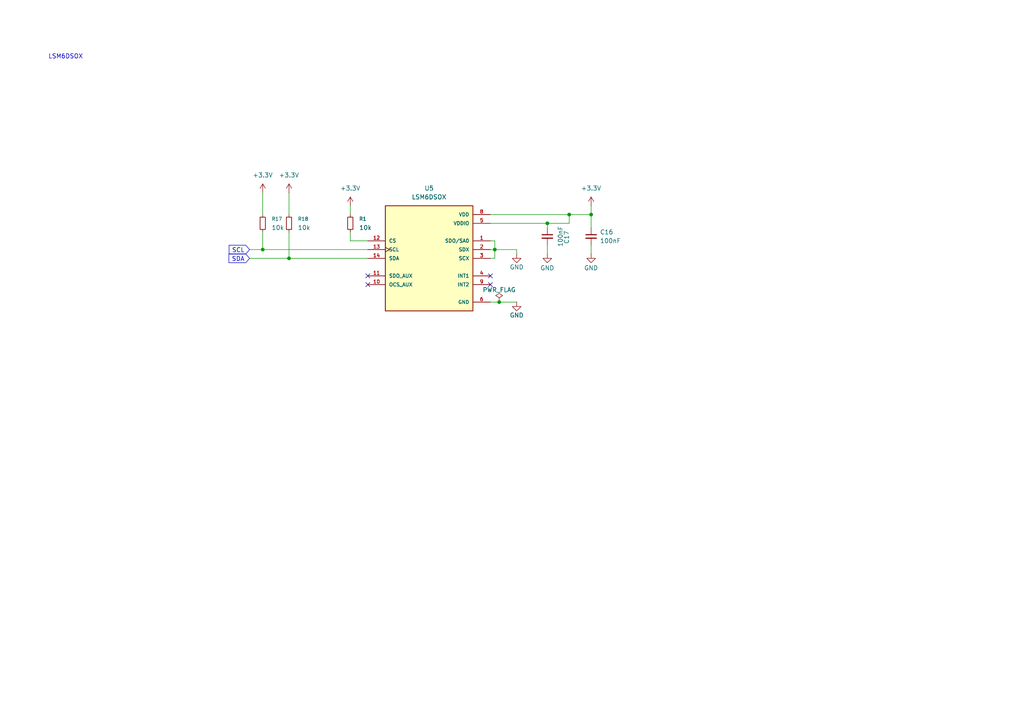
<source format=kicad_sch>
(kicad_sch
	(version 20250114)
	(generator "eeschema")
	(generator_version "9.0")
	(uuid "a4f03449-cba4-4cbb-becb-5c93d8a52018")
	(paper "A4")
	(lib_symbols
		(symbol "Device:C_Small"
			(pin_numbers
				(hide yes)
			)
			(pin_names
				(offset 0.254)
				(hide yes)
			)
			(exclude_from_sim no)
			(in_bom yes)
			(on_board yes)
			(property "Reference" "C"
				(at 0.254 1.778 0)
				(effects
					(font
						(size 1.27 1.27)
					)
					(justify left)
				)
			)
			(property "Value" "C_Small"
				(at 0.254 -2.032 0)
				(effects
					(font
						(size 1.27 1.27)
					)
					(justify left)
				)
			)
			(property "Footprint" ""
				(at 0 0 0)
				(effects
					(font
						(size 1.27 1.27)
					)
					(hide yes)
				)
			)
			(property "Datasheet" "~"
				(at 0 0 0)
				(effects
					(font
						(size 1.27 1.27)
					)
					(hide yes)
				)
			)
			(property "Description" "Unpolarized capacitor, small symbol"
				(at 0 0 0)
				(effects
					(font
						(size 1.27 1.27)
					)
					(hide yes)
				)
			)
			(property "ki_keywords" "capacitor cap"
				(at 0 0 0)
				(effects
					(font
						(size 1.27 1.27)
					)
					(hide yes)
				)
			)
			(property "ki_fp_filters" "C_*"
				(at 0 0 0)
				(effects
					(font
						(size 1.27 1.27)
					)
					(hide yes)
				)
			)
			(symbol "C_Small_0_1"
				(polyline
					(pts
						(xy -1.524 0.508) (xy 1.524 0.508)
					)
					(stroke
						(width 0.3048)
						(type default)
					)
					(fill
						(type none)
					)
				)
				(polyline
					(pts
						(xy -1.524 -0.508) (xy 1.524 -0.508)
					)
					(stroke
						(width 0.3302)
						(type default)
					)
					(fill
						(type none)
					)
				)
			)
			(symbol "C_Small_1_1"
				(pin passive line
					(at 0 2.54 270)
					(length 2.032)
					(name "~"
						(effects
							(font
								(size 1.27 1.27)
							)
						)
					)
					(number "1"
						(effects
							(font
								(size 1.27 1.27)
							)
						)
					)
				)
				(pin passive line
					(at 0 -2.54 90)
					(length 2.032)
					(name "~"
						(effects
							(font
								(size 1.27 1.27)
							)
						)
					)
					(number "2"
						(effects
							(font
								(size 1.27 1.27)
							)
						)
					)
				)
			)
			(embedded_fonts no)
		)
		(symbol "Device:R_Small"
			(pin_numbers
				(hide yes)
			)
			(pin_names
				(offset 0.254)
				(hide yes)
			)
			(exclude_from_sim no)
			(in_bom yes)
			(on_board yes)
			(property "Reference" "R"
				(at 0 0 90)
				(effects
					(font
						(size 1.016 1.016)
					)
				)
			)
			(property "Value" "R_Small"
				(at 1.778 0 90)
				(effects
					(font
						(size 1.27 1.27)
					)
				)
			)
			(property "Footprint" ""
				(at 0 0 0)
				(effects
					(font
						(size 1.27 1.27)
					)
					(hide yes)
				)
			)
			(property "Datasheet" "~"
				(at 0 0 0)
				(effects
					(font
						(size 1.27 1.27)
					)
					(hide yes)
				)
			)
			(property "Description" "Resistor, small symbol"
				(at 0 0 0)
				(effects
					(font
						(size 1.27 1.27)
					)
					(hide yes)
				)
			)
			(property "ki_keywords" "R resistor"
				(at 0 0 0)
				(effects
					(font
						(size 1.27 1.27)
					)
					(hide yes)
				)
			)
			(property "ki_fp_filters" "R_*"
				(at 0 0 0)
				(effects
					(font
						(size 1.27 1.27)
					)
					(hide yes)
				)
			)
			(symbol "R_Small_0_1"
				(rectangle
					(start -0.762 1.778)
					(end 0.762 -1.778)
					(stroke
						(width 0.2032)
						(type default)
					)
					(fill
						(type none)
					)
				)
			)
			(symbol "R_Small_1_1"
				(pin passive line
					(at 0 2.54 270)
					(length 0.762)
					(name "~"
						(effects
							(font
								(size 1.27 1.27)
							)
						)
					)
					(number "1"
						(effects
							(font
								(size 1.27 1.27)
							)
						)
					)
				)
				(pin passive line
					(at 0 -2.54 90)
					(length 0.762)
					(name "~"
						(effects
							(font
								(size 1.27 1.27)
							)
						)
					)
					(number "2"
						(effects
							(font
								(size 1.27 1.27)
							)
						)
					)
				)
			)
			(embedded_fonts no)
		)
		(symbol "LSM6DSOX:LSM6DSOX"
			(pin_names
				(offset 1.016)
			)
			(exclude_from_sim no)
			(in_bom yes)
			(on_board yes)
			(property "Reference" "U"
				(at -12.7 16.002 0)
				(effects
					(font
						(size 1.27 1.27)
					)
					(justify left bottom)
				)
			)
			(property "Value" "LSM6DSOX"
				(at -12.7 -17.78 0)
				(effects
					(font
						(size 1.27 1.27)
					)
					(justify left bottom)
				)
			)
			(property "Footprint" "LSM6DSOX:PQFN50P250X300X86-14N"
				(at 0 0 0)
				(effects
					(font
						(size 1.27 1.27)
					)
					(justify bottom)
					(hide yes)
				)
			)
			(property "Datasheet" ""
				(at 0 0 0)
				(effects
					(font
						(size 1.27 1.27)
					)
					(hide yes)
				)
			)
			(property "Description" ""
				(at 0 0 0)
				(effects
					(font
						(size 1.27 1.27)
					)
					(hide yes)
				)
			)
			(property "MF" "STMicroelectronics"
				(at 0 0 0)
				(effects
					(font
						(size 1.27 1.27)
					)
					(justify bottom)
					(hide yes)
				)
			)
			(property "Description_1" "3D Accelerometer and 3D Gyroscope Sensor Digital Output 1.8V 14-Pin LGA T/R"
				(at 0 0 0)
				(effects
					(font
						(size 1.27 1.27)
					)
					(justify bottom)
					(hide yes)
				)
			)
			(property "Package" "VFLGA-14 STMicroelectronics"
				(at 0 0 0)
				(effects
					(font
						(size 1.27 1.27)
					)
					(justify bottom)
					(hide yes)
				)
			)
			(property "Price" "None"
				(at 0 0 0)
				(effects
					(font
						(size 1.27 1.27)
					)
					(justify bottom)
					(hide yes)
				)
			)
			(property "Check_prices" "https://www.snapeda.com/parts/LSM6DSOX/STMicroelectronics/view-part/?ref=eda"
				(at 0 0 0)
				(effects
					(font
						(size 1.27 1.27)
					)
					(justify bottom)
					(hide yes)
				)
			)
			(property "STANDARD" "IPC7351B"
				(at 0 0 0)
				(effects
					(font
						(size 1.27 1.27)
					)
					(justify bottom)
					(hide yes)
				)
			)
			(property "PARTREV" "3.0"
				(at 0 0 0)
				(effects
					(font
						(size 1.27 1.27)
					)
					(justify bottom)
					(hide yes)
				)
			)
			(property "SnapEDA_Link" "https://www.snapeda.com/parts/LSM6DSOX/STMicroelectronics/view-part/?ref=snap"
				(at 0 0 0)
				(effects
					(font
						(size 1.27 1.27)
					)
					(justify bottom)
					(hide yes)
				)
			)
			(property "MP" "LSM6DSOX"
				(at 0 0 0)
				(effects
					(font
						(size 1.27 1.27)
					)
					(justify bottom)
					(hide yes)
				)
			)
			(property "Availability" "In Stock"
				(at 0 0 0)
				(effects
					(font
						(size 1.27 1.27)
					)
					(justify bottom)
					(hide yes)
				)
			)
			(property "MANUFACTURER" "ST Microelectronics"
				(at 0 0 0)
				(effects
					(font
						(size 1.27 1.27)
					)
					(justify bottom)
					(hide yes)
				)
			)
			(symbol "LSM6DSOX_0_0"
				(rectangle
					(start -12.7 -15.24)
					(end 12.7 15.24)
					(stroke
						(width 0.254)
						(type default)
					)
					(fill
						(type background)
					)
				)
				(pin input line
					(at -17.78 5.08 0)
					(length 5.08)
					(name "CS"
						(effects
							(font
								(size 1.016 1.016)
							)
						)
					)
					(number "12"
						(effects
							(font
								(size 1.016 1.016)
							)
						)
					)
				)
				(pin input clock
					(at -17.78 2.54 0)
					(length 5.08)
					(name "SCL"
						(effects
							(font
								(size 1.016 1.016)
							)
						)
					)
					(number "13"
						(effects
							(font
								(size 1.016 1.016)
							)
						)
					)
				)
				(pin bidirectional line
					(at -17.78 0 0)
					(length 5.08)
					(name "SDA"
						(effects
							(font
								(size 1.016 1.016)
							)
						)
					)
					(number "14"
						(effects
							(font
								(size 1.016 1.016)
							)
						)
					)
				)
				(pin bidirectional line
					(at -17.78 -5.08 0)
					(length 5.08)
					(name "SDO_AUX"
						(effects
							(font
								(size 1.016 1.016)
							)
						)
					)
					(number "11"
						(effects
							(font
								(size 1.016 1.016)
							)
						)
					)
				)
				(pin bidirectional line
					(at -17.78 -7.62 0)
					(length 5.08)
					(name "OCS_AUX"
						(effects
							(font
								(size 1.016 1.016)
							)
						)
					)
					(number "10"
						(effects
							(font
								(size 1.016 1.016)
							)
						)
					)
				)
				(pin power_in line
					(at 17.78 12.7 180)
					(length 5.08)
					(name "VDD"
						(effects
							(font
								(size 1.016 1.016)
							)
						)
					)
					(number "8"
						(effects
							(font
								(size 1.016 1.016)
							)
						)
					)
				)
				(pin power_in line
					(at 17.78 10.16 180)
					(length 5.08)
					(name "VDDIO"
						(effects
							(font
								(size 1.016 1.016)
							)
						)
					)
					(number "5"
						(effects
							(font
								(size 1.016 1.016)
							)
						)
					)
				)
				(pin bidirectional line
					(at 17.78 5.08 180)
					(length 5.08)
					(name "SDO/SA0"
						(effects
							(font
								(size 1.016 1.016)
							)
						)
					)
					(number "1"
						(effects
							(font
								(size 1.016 1.016)
							)
						)
					)
				)
				(pin bidirectional line
					(at 17.78 2.54 180)
					(length 5.08)
					(name "SDX"
						(effects
							(font
								(size 1.016 1.016)
							)
						)
					)
					(number "2"
						(effects
							(font
								(size 1.016 1.016)
							)
						)
					)
				)
				(pin bidirectional line
					(at 17.78 0 180)
					(length 5.08)
					(name "SCX"
						(effects
							(font
								(size 1.016 1.016)
							)
						)
					)
					(number "3"
						(effects
							(font
								(size 1.016 1.016)
							)
						)
					)
				)
				(pin output line
					(at 17.78 -5.08 180)
					(length 5.08)
					(name "INT1"
						(effects
							(font
								(size 1.016 1.016)
							)
						)
					)
					(number "4"
						(effects
							(font
								(size 1.016 1.016)
							)
						)
					)
				)
				(pin output line
					(at 17.78 -7.62 180)
					(length 5.08)
					(name "INT2"
						(effects
							(font
								(size 1.016 1.016)
							)
						)
					)
					(number "9"
						(effects
							(font
								(size 1.016 1.016)
							)
						)
					)
				)
				(pin power_in line
					(at 17.78 -12.7 180)
					(length 5.08)
					(name "GND"
						(effects
							(font
								(size 1.016 1.016)
							)
						)
					)
					(number "6"
						(effects
							(font
								(size 1.016 1.016)
							)
						)
					)
				)
				(pin power_in line
					(at 17.78 -12.7 180)
					(length 5.08)
					(hide yes)
					(name "GND"
						(effects
							(font
								(size 1.016 1.016)
							)
						)
					)
					(number "7"
						(effects
							(font
								(size 1.016 1.016)
							)
						)
					)
				)
			)
			(embedded_fonts no)
		)
		(symbol "power:+3.3V"
			(power)
			(pin_numbers
				(hide yes)
			)
			(pin_names
				(offset 0)
				(hide yes)
			)
			(exclude_from_sim no)
			(in_bom yes)
			(on_board yes)
			(property "Reference" "#PWR"
				(at 0 -3.81 0)
				(effects
					(font
						(size 1.27 1.27)
					)
					(hide yes)
				)
			)
			(property "Value" "+3.3V"
				(at 0 3.556 0)
				(effects
					(font
						(size 1.27 1.27)
					)
				)
			)
			(property "Footprint" ""
				(at 0 0 0)
				(effects
					(font
						(size 1.27 1.27)
					)
					(hide yes)
				)
			)
			(property "Datasheet" ""
				(at 0 0 0)
				(effects
					(font
						(size 1.27 1.27)
					)
					(hide yes)
				)
			)
			(property "Description" "Power symbol creates a global label with name \"+3.3V\""
				(at 0 0 0)
				(effects
					(font
						(size 1.27 1.27)
					)
					(hide yes)
				)
			)
			(property "ki_keywords" "global power"
				(at 0 0 0)
				(effects
					(font
						(size 1.27 1.27)
					)
					(hide yes)
				)
			)
			(symbol "+3.3V_0_1"
				(polyline
					(pts
						(xy -0.762 1.27) (xy 0 2.54)
					)
					(stroke
						(width 0)
						(type default)
					)
					(fill
						(type none)
					)
				)
				(polyline
					(pts
						(xy 0 2.54) (xy 0.762 1.27)
					)
					(stroke
						(width 0)
						(type default)
					)
					(fill
						(type none)
					)
				)
				(polyline
					(pts
						(xy 0 0) (xy 0 2.54)
					)
					(stroke
						(width 0)
						(type default)
					)
					(fill
						(type none)
					)
				)
			)
			(symbol "+3.3V_1_1"
				(pin power_in line
					(at 0 0 90)
					(length 0)
					(name "~"
						(effects
							(font
								(size 1.27 1.27)
							)
						)
					)
					(number "1"
						(effects
							(font
								(size 1.27 1.27)
							)
						)
					)
				)
			)
			(embedded_fonts no)
		)
		(symbol "power:GND"
			(power)
			(pin_numbers
				(hide yes)
			)
			(pin_names
				(offset 0)
				(hide yes)
			)
			(exclude_from_sim no)
			(in_bom yes)
			(on_board yes)
			(property "Reference" "#PWR"
				(at 0 -6.35 0)
				(effects
					(font
						(size 1.27 1.27)
					)
					(hide yes)
				)
			)
			(property "Value" "GND"
				(at 0 -3.81 0)
				(effects
					(font
						(size 1.27 1.27)
					)
				)
			)
			(property "Footprint" ""
				(at 0 0 0)
				(effects
					(font
						(size 1.27 1.27)
					)
					(hide yes)
				)
			)
			(property "Datasheet" ""
				(at 0 0 0)
				(effects
					(font
						(size 1.27 1.27)
					)
					(hide yes)
				)
			)
			(property "Description" "Power symbol creates a global label with name \"GND\" , ground"
				(at 0 0 0)
				(effects
					(font
						(size 1.27 1.27)
					)
					(hide yes)
				)
			)
			(property "ki_keywords" "global power"
				(at 0 0 0)
				(effects
					(font
						(size 1.27 1.27)
					)
					(hide yes)
				)
			)
			(symbol "GND_0_1"
				(polyline
					(pts
						(xy 0 0) (xy 0 -1.27) (xy 1.27 -1.27) (xy 0 -2.54) (xy -1.27 -1.27) (xy 0 -1.27)
					)
					(stroke
						(width 0)
						(type default)
					)
					(fill
						(type none)
					)
				)
			)
			(symbol "GND_1_1"
				(pin power_in line
					(at 0 0 270)
					(length 0)
					(name "~"
						(effects
							(font
								(size 1.27 1.27)
							)
						)
					)
					(number "1"
						(effects
							(font
								(size 1.27 1.27)
							)
						)
					)
				)
			)
			(embedded_fonts no)
		)
		(symbol "power:PWR_FLAG"
			(power)
			(pin_numbers
				(hide yes)
			)
			(pin_names
				(offset 0)
				(hide yes)
			)
			(exclude_from_sim no)
			(in_bom yes)
			(on_board yes)
			(property "Reference" "#FLG"
				(at 0 1.905 0)
				(effects
					(font
						(size 1.27 1.27)
					)
					(hide yes)
				)
			)
			(property "Value" "PWR_FLAG"
				(at 0 3.81 0)
				(effects
					(font
						(size 1.27 1.27)
					)
				)
			)
			(property "Footprint" ""
				(at 0 0 0)
				(effects
					(font
						(size 1.27 1.27)
					)
					(hide yes)
				)
			)
			(property "Datasheet" "~"
				(at 0 0 0)
				(effects
					(font
						(size 1.27 1.27)
					)
					(hide yes)
				)
			)
			(property "Description" "Special symbol for telling ERC where power comes from"
				(at 0 0 0)
				(effects
					(font
						(size 1.27 1.27)
					)
					(hide yes)
				)
			)
			(property "ki_keywords" "flag power"
				(at 0 0 0)
				(effects
					(font
						(size 1.27 1.27)
					)
					(hide yes)
				)
			)
			(symbol "PWR_FLAG_0_0"
				(pin power_out line
					(at 0 0 90)
					(length 0)
					(name "~"
						(effects
							(font
								(size 1.27 1.27)
							)
						)
					)
					(number "1"
						(effects
							(font
								(size 1.27 1.27)
							)
						)
					)
				)
			)
			(symbol "PWR_FLAG_0_1"
				(polyline
					(pts
						(xy 0 0) (xy 0 1.27) (xy -1.016 1.905) (xy 0 2.54) (xy 1.016 1.905) (xy 0 1.27)
					)
					(stroke
						(width 0)
						(type default)
					)
					(fill
						(type none)
					)
				)
			)
			(embedded_fonts no)
		)
	)
	(text "LSM6DSOX"
		(exclude_from_sim no)
		(at 19.05 16.51 0)
		(effects
			(font
				(size 1.27 1.27)
			)
		)
		(uuid "fa837ee9-92e3-40d5-b69e-f57514518173")
	)
	(junction
		(at 171.45 62.23)
		(diameter 0)
		(color 0 0 0 0)
		(uuid "164ac55f-450b-4736-b919-5fe931e41ed6")
	)
	(junction
		(at 165.1 62.23)
		(diameter 0)
		(color 0 0 0 0)
		(uuid "190ca8ee-dce4-49c4-9728-f7b4f4effe34")
	)
	(junction
		(at 144.78 87.63)
		(diameter 0)
		(color 0 0 0 0)
		(uuid "23eaf89b-5bc0-4b16-bdbb-8d25a82ccb74")
	)
	(junction
		(at 158.75 64.77)
		(diameter 0)
		(color 0 0 0 0)
		(uuid "34f6a42f-1027-422b-9242-1760e0fd6947")
	)
	(junction
		(at 143.51 72.39)
		(diameter 0)
		(color 0 0 0 0)
		(uuid "6462c77d-ba6e-4363-a0de-d8d8ec097ab8")
	)
	(junction
		(at 76.2 72.39)
		(diameter 0)
		(color 0 0 0 0)
		(uuid "8d665d49-295e-4dda-97c2-4def8033b62f")
	)
	(junction
		(at 83.82 74.93)
		(diameter 0)
		(color 0 0 0 0)
		(uuid "eefa4e5a-eab8-41c1-a628-ac3a4bdae2e8")
	)
	(no_connect
		(at 142.24 80.01)
		(uuid "61998c2e-40de-4a16-97bd-1a21105fc66f")
	)
	(no_connect
		(at 142.24 82.55)
		(uuid "68f21431-8b87-45fd-858e-17a8843dfc3c")
	)
	(no_connect
		(at 106.68 82.55)
		(uuid "a24249c1-56bc-4c82-a71e-4900f6cb5313")
	)
	(no_connect
		(at 106.68 80.01)
		(uuid "f7160ef2-7f46-48cd-8b12-a7145515d9f6")
	)
	(wire
		(pts
			(xy 76.2 72.39) (xy 106.68 72.39)
		)
		(stroke
			(width 0)
			(type default)
		)
		(uuid "0bf80d8f-ef12-4d8b-a401-6339ea6971cb")
	)
	(wire
		(pts
			(xy 158.75 71.12) (xy 158.75 73.66)
		)
		(stroke
			(width 0)
			(type default)
		)
		(uuid "1a377066-aefc-44f7-99dc-5996ebf70d51")
	)
	(wire
		(pts
			(xy 171.45 71.12) (xy 171.45 73.66)
		)
		(stroke
			(width 0)
			(type default)
		)
		(uuid "1be5cf83-dc81-42e6-94f2-896ded658da6")
	)
	(wire
		(pts
			(xy 101.6 67.31) (xy 101.6 69.85)
		)
		(stroke
			(width 0)
			(type default)
		)
		(uuid "2765c175-9cc0-486b-92da-bb9ab538e22d")
	)
	(wire
		(pts
			(xy 171.45 62.23) (xy 165.1 62.23)
		)
		(stroke
			(width 0)
			(type default)
		)
		(uuid "287c64e6-5dab-4d72-935b-bf2f02da240e")
	)
	(wire
		(pts
			(xy 76.2 67.31) (xy 76.2 72.39)
		)
		(stroke
			(width 0)
			(type default)
		)
		(uuid "2ff91729-8dfb-4687-a1bf-f01edfd94be6")
	)
	(wire
		(pts
			(xy 149.86 72.39) (xy 143.51 72.39)
		)
		(stroke
			(width 0)
			(type default)
		)
		(uuid "307dd887-398a-4eb3-8fb6-0dbd89147e5f")
	)
	(wire
		(pts
			(xy 171.45 59.69) (xy 171.45 62.23)
		)
		(stroke
			(width 0)
			(type default)
		)
		(uuid "31cab6d4-33ef-4c2b-9797-14cf43aadfbf")
	)
	(wire
		(pts
			(xy 142.24 62.23) (xy 165.1 62.23)
		)
		(stroke
			(width 0)
			(type default)
		)
		(uuid "43b17e7b-c49c-4152-ae48-55db259fd2b6")
	)
	(wire
		(pts
			(xy 171.45 62.23) (xy 171.45 66.04)
		)
		(stroke
			(width 0)
			(type default)
		)
		(uuid "477fc1b5-0475-427b-ba70-d0f9e82058b0")
	)
	(wire
		(pts
			(xy 143.51 69.85) (xy 143.51 72.39)
		)
		(stroke
			(width 0)
			(type default)
		)
		(uuid "4960b978-5d58-4ed6-ab28-cc0354e18044")
	)
	(wire
		(pts
			(xy 144.78 87.63) (xy 149.86 87.63)
		)
		(stroke
			(width 0)
			(type default)
		)
		(uuid "4e77845c-6841-4516-aba7-684647b30e07")
	)
	(wire
		(pts
			(xy 72.39 72.39) (xy 76.2 72.39)
		)
		(stroke
			(width 0)
			(type default)
		)
		(uuid "57367d4d-7269-4fde-8236-cc44c2e1edc5")
	)
	(wire
		(pts
			(xy 101.6 59.69) (xy 101.6 62.23)
		)
		(stroke
			(width 0)
			(type default)
		)
		(uuid "6ba5a5ab-af96-42c1-8f6b-22891f01a668")
	)
	(wire
		(pts
			(xy 142.24 64.77) (xy 158.75 64.77)
		)
		(stroke
			(width 0)
			(type default)
		)
		(uuid "729963c4-fae9-4e14-8719-17724ac568ce")
	)
	(wire
		(pts
			(xy 101.6 69.85) (xy 106.68 69.85)
		)
		(stroke
			(width 0)
			(type default)
		)
		(uuid "7a0824ca-5a2f-434d-923e-4dbca3fd2527")
	)
	(wire
		(pts
			(xy 72.39 74.93) (xy 83.82 74.93)
		)
		(stroke
			(width 0)
			(type default)
		)
		(uuid "92f4d73f-d6c8-42aa-a02d-0668a29cdc0d")
	)
	(wire
		(pts
			(xy 142.24 74.93) (xy 143.51 74.93)
		)
		(stroke
			(width 0)
			(type default)
		)
		(uuid "98bcb422-f2c4-4708-9fa0-88d9a182eb65")
	)
	(wire
		(pts
			(xy 143.51 72.39) (xy 143.51 74.93)
		)
		(stroke
			(width 0)
			(type default)
		)
		(uuid "a04408b1-4542-4ca4-a137-26ad09591902")
	)
	(wire
		(pts
			(xy 142.24 69.85) (xy 143.51 69.85)
		)
		(stroke
			(width 0)
			(type default)
		)
		(uuid "a2801c69-6bb0-4344-b89d-98ecec34bdbe")
	)
	(wire
		(pts
			(xy 76.2 55.88) (xy 76.2 62.23)
		)
		(stroke
			(width 0)
			(type default)
		)
		(uuid "b4bd115b-0420-4942-af0f-9bfa5498c1db")
	)
	(wire
		(pts
			(xy 83.82 55.88) (xy 83.82 62.23)
		)
		(stroke
			(width 0)
			(type default)
		)
		(uuid "b83d0649-e4e6-444d-aa01-84c4fc2737eb")
	)
	(wire
		(pts
			(xy 158.75 66.04) (xy 158.75 64.77)
		)
		(stroke
			(width 0)
			(type default)
		)
		(uuid "c1724dce-e507-4af8-a95b-b32bd0755444")
	)
	(wire
		(pts
			(xy 149.86 72.39) (xy 149.86 73.66)
		)
		(stroke
			(width 0)
			(type default)
		)
		(uuid "cd7573bf-9ff8-4816-8f4d-d216c1494ca8")
	)
	(wire
		(pts
			(xy 142.24 87.63) (xy 144.78 87.63)
		)
		(stroke
			(width 0)
			(type default)
		)
		(uuid "cdfbc48d-757b-4481-b856-eec5e182b68b")
	)
	(wire
		(pts
			(xy 142.24 72.39) (xy 143.51 72.39)
		)
		(stroke
			(width 0)
			(type default)
		)
		(uuid "cf4ef2a7-597b-4298-8618-caf2655df758")
	)
	(wire
		(pts
			(xy 158.75 64.77) (xy 165.1 64.77)
		)
		(stroke
			(width 0)
			(type default)
		)
		(uuid "d0f6d488-8454-4405-8f13-8ededbf181f7")
	)
	(wire
		(pts
			(xy 165.1 64.77) (xy 165.1 62.23)
		)
		(stroke
			(width 0)
			(type default)
		)
		(uuid "d6085247-64be-49d1-8b5e-85a4b4e8ca2d")
	)
	(wire
		(pts
			(xy 83.82 74.93) (xy 106.68 74.93)
		)
		(stroke
			(width 0)
			(type default)
		)
		(uuid "e2340a8e-5caa-4523-9fed-faa0eaf34fed")
	)
	(wire
		(pts
			(xy 83.82 67.31) (xy 83.82 74.93)
		)
		(stroke
			(width 0)
			(type default)
		)
		(uuid "f3a6fa7b-dea3-442d-812b-3ed4a9f6e07b")
	)
	(global_label "SCL"
		(shape input)
		(at 72.39 72.39 180)
		(fields_autoplaced yes)
		(effects
			(font
				(size 1.27 1.27)
				(color 0 0 194 1)
			)
			(justify right)
		)
		(uuid "73090955-1fff-4248-8a6f-934ad85624e0")
		(property "Intersheetrefs" "${INTERSHEET_REFS}"
			(at 65.8972 72.39 0)
			(effects
				(font
					(size 1.27 1.27)
				)
				(justify right)
				(hide yes)
			)
		)
	)
	(global_label "SDA"
		(shape input)
		(at 72.39 74.93 180)
		(fields_autoplaced yes)
		(effects
			(font
				(size 1.27 1.27)
				(color 0 0 194 1)
			)
			(justify right)
		)
		(uuid "bf4f0d58-866c-4b0b-8d80-3b1578b43363")
		(property "Intersheetrefs" "${INTERSHEET_REFS}"
			(at 65.8367 74.93 0)
			(effects
				(font
					(size 1.27 1.27)
				)
				(justify right)
				(hide yes)
			)
		)
	)
	(symbol
		(lib_id "power:GND")
		(at 149.86 87.63 0)
		(unit 1)
		(exclude_from_sim no)
		(in_bom yes)
		(on_board yes)
		(dnp no)
		(uuid "07d4c0f1-6c4b-477b-8613-6bb940cf31c4")
		(property "Reference" "#PWR061"
			(at 149.86 93.98 0)
			(effects
				(font
					(size 1.27 1.27)
				)
				(hide yes)
			)
		)
		(property "Value" "GND"
			(at 149.86 91.44 0)
			(effects
				(font
					(size 1.27 1.27)
				)
			)
		)
		(property "Footprint" ""
			(at 149.86 87.63 0)
			(effects
				(font
					(size 1.27 1.27)
				)
				(hide yes)
			)
		)
		(property "Datasheet" ""
			(at 149.86 87.63 0)
			(effects
				(font
					(size 1.27 1.27)
				)
				(hide yes)
			)
		)
		(property "Description" "Power symbol creates a global label with name \"GND\" , ground"
			(at 149.86 87.63 0)
			(effects
				(font
					(size 1.27 1.27)
				)
				(hide yes)
			)
		)
		(pin "1"
			(uuid "40e20a4a-62a6-4f93-a8a9-6c1c32132918")
		)
		(instances
			(project "Projet 6 KICAD CLS COMPLET"
				(path "/917aa03c-3980-4eba-8700-b55c1cb55f0b/4ebe8e92-a571-4f7a-b591-25cd9c6bf81d"
					(reference "#PWR061")
					(unit 1)
				)
			)
		)
	)
	(symbol
		(lib_id "power:GND")
		(at 171.45 73.66 0)
		(unit 1)
		(exclude_from_sim no)
		(in_bom yes)
		(on_board yes)
		(dnp no)
		(uuid "12bd8936-d87a-4800-8315-710fa7cf5aae")
		(property "Reference" "#PWR065"
			(at 171.45 80.01 0)
			(effects
				(font
					(size 1.27 1.27)
				)
				(hide yes)
			)
		)
		(property "Value" "GND"
			(at 173.482 77.724 0)
			(effects
				(font
					(size 1.27 1.27)
				)
				(justify right)
			)
		)
		(property "Footprint" ""
			(at 171.45 73.66 0)
			(effects
				(font
					(size 1.27 1.27)
				)
				(hide yes)
			)
		)
		(property "Datasheet" ""
			(at 171.45 73.66 0)
			(effects
				(font
					(size 1.27 1.27)
				)
				(hide yes)
			)
		)
		(property "Description" "Power symbol creates a global label with name \"GND\" , ground"
			(at 171.45 73.66 0)
			(effects
				(font
					(size 1.27 1.27)
				)
				(hide yes)
			)
		)
		(pin "1"
			(uuid "fe0ba50e-b0c5-4720-9551-15bd2e83088c")
		)
		(instances
			(project "Projet 6 KICAD CLS COMPLET"
				(path "/917aa03c-3980-4eba-8700-b55c1cb55f0b/4ebe8e92-a571-4f7a-b591-25cd9c6bf81d"
					(reference "#PWR065")
					(unit 1)
				)
			)
		)
	)
	(symbol
		(lib_id "Device:R_Small")
		(at 83.82 64.77 180)
		(unit 1)
		(exclude_from_sim no)
		(in_bom yes)
		(on_board yes)
		(dnp no)
		(fields_autoplaced yes)
		(uuid "1b87e192-9d57-41a7-bb95-7aefbcf44856")
		(property "Reference" "R18"
			(at 86.36 63.4999 0)
			(effects
				(font
					(size 1.016 1.016)
				)
				(justify right)
			)
		)
		(property "Value" "10k"
			(at 86.36 66.0399 0)
			(effects
				(font
					(size 1.27 1.27)
				)
				(justify right)
			)
		)
		(property "Footprint" ""
			(at 83.82 64.77 0)
			(effects
				(font
					(size 1.27 1.27)
				)
				(hide yes)
			)
		)
		(property "Datasheet" "~"
			(at 83.82 64.77 0)
			(effects
				(font
					(size 1.27 1.27)
				)
				(hide yes)
			)
		)
		(property "Description" "Resistor, small symbol"
			(at 83.82 64.77 0)
			(effects
				(font
					(size 1.27 1.27)
				)
				(hide yes)
			)
		)
		(pin "2"
			(uuid "78921b1a-463e-4577-b5ed-8693f462d8c3")
		)
		(pin "1"
			(uuid "9373f49d-7be2-45fa-b592-162eb9985501")
		)
		(instances
			(project "Projet 6 KICAD CLS COMPLET"
				(path "/917aa03c-3980-4eba-8700-b55c1cb55f0b/4ebe8e92-a571-4f7a-b591-25cd9c6bf81d"
					(reference "R18")
					(unit 1)
				)
			)
		)
	)
	(symbol
		(lib_id "LSM6DSOX:LSM6DSOX")
		(at 124.46 74.93 0)
		(unit 1)
		(exclude_from_sim no)
		(in_bom yes)
		(on_board yes)
		(dnp no)
		(fields_autoplaced yes)
		(uuid "2bbb1056-8507-4f8d-9458-c1df0e37541c")
		(property "Reference" "U5"
			(at 124.46 54.61 0)
			(effects
				(font
					(size 1.27 1.27)
				)
			)
		)
		(property "Value" "LSM6DSOX"
			(at 124.46 57.15 0)
			(effects
				(font
					(size 1.27 1.27)
				)
			)
		)
		(property "Footprint" "LSM6DSOX:PQFN50P250X300X86-14N"
			(at 124.46 74.93 0)
			(effects
				(font
					(size 1.27 1.27)
				)
				(justify bottom)
				(hide yes)
			)
		)
		(property "Datasheet" ""
			(at 124.46 74.93 0)
			(effects
				(font
					(size 1.27 1.27)
				)
				(hide yes)
			)
		)
		(property "Description" ""
			(at 124.46 74.93 0)
			(effects
				(font
					(size 1.27 1.27)
				)
				(hide yes)
			)
		)
		(property "MF" "STMicroelectronics"
			(at 124.46 74.93 0)
			(effects
				(font
					(size 1.27 1.27)
				)
				(justify bottom)
				(hide yes)
			)
		)
		(property "Description_1" "3D Accelerometer and 3D Gyroscope Sensor Digital Output 1.8V 14-Pin LGA T/R"
			(at 124.46 74.93 0)
			(effects
				(font
					(size 1.27 1.27)
				)
				(justify bottom)
				(hide yes)
			)
		)
		(property "Package" "VFLGA-14 STMicroelectronics"
			(at 124.46 74.93 0)
			(effects
				(font
					(size 1.27 1.27)
				)
				(justify bottom)
				(hide yes)
			)
		)
		(property "Price" "None"
			(at 124.46 74.93 0)
			(effects
				(font
					(size 1.27 1.27)
				)
				(justify bottom)
				(hide yes)
			)
		)
		(property "Check_prices" "https://www.snapeda.com/parts/LSM6DSOX/STMicroelectronics/view-part/?ref=eda"
			(at 124.46 74.93 0)
			(effects
				(font
					(size 1.27 1.27)
				)
				(justify bottom)
				(hide yes)
			)
		)
		(property "STANDARD" "IPC7351B"
			(at 124.46 74.93 0)
			(effects
				(font
					(size 1.27 1.27)
				)
				(justify bottom)
				(hide yes)
			)
		)
		(property "PARTREV" "3.0"
			(at 124.46 74.93 0)
			(effects
				(font
					(size 1.27 1.27)
				)
				(justify bottom)
				(hide yes)
			)
		)
		(property "SnapEDA_Link" "https://www.snapeda.com/parts/LSM6DSOX/STMicroelectronics/view-part/?ref=snap"
			(at 124.46 74.93 0)
			(effects
				(font
					(size 1.27 1.27)
				)
				(justify bottom)
				(hide yes)
			)
		)
		(property "MP" "LSM6DSOX"
			(at 124.46 74.93 0)
			(effects
				(font
					(size 1.27 1.27)
				)
				(justify bottom)
				(hide yes)
			)
		)
		(property "Availability" "In Stock"
			(at 124.46 74.93 0)
			(effects
				(font
					(size 1.27 1.27)
				)
				(justify bottom)
				(hide yes)
			)
		)
		(property "MANUFACTURER" "ST Microelectronics"
			(at 124.46 74.93 0)
			(effects
				(font
					(size 1.27 1.27)
				)
				(justify bottom)
				(hide yes)
			)
		)
		(pin "12"
			(uuid "51ecec52-bab1-43ca-9f73-2f2b6c887a02")
		)
		(pin "9"
			(uuid "c2e03668-51da-4787-ba97-5c5d0d5017d8")
		)
		(pin "5"
			(uuid "c05339cc-98d4-4793-aac2-116332011836")
		)
		(pin "3"
			(uuid "d27af491-d565-4424-b8c9-8724e64a9bdd")
		)
		(pin "6"
			(uuid "d74a3255-aeb2-437b-9092-29a10fa51cb9")
		)
		(pin "10"
			(uuid "84aaa976-d9a8-4c01-a4dc-fceb98ee8d1d")
		)
		(pin "2"
			(uuid "0d11a9bb-dfd6-4367-b62f-f9aef59835ca")
		)
		(pin "14"
			(uuid "cdac37ad-20a4-440a-b11a-2e100694ccc5")
		)
		(pin "13"
			(uuid "a9d8ddf6-0855-4c55-affb-7371d0aebf1a")
		)
		(pin "11"
			(uuid "982daf6f-114d-42f3-b949-93ade6c4a5a4")
		)
		(pin "1"
			(uuid "b9e30d73-e6fc-43fb-b8df-4f6223127958")
		)
		(pin "8"
			(uuid "fe9ce8d5-c3d5-4da6-8e30-a4aa7976b9ba")
		)
		(pin "4"
			(uuid "48626020-cfb7-47c7-8d27-c026941fee7c")
		)
		(pin "7"
			(uuid "df317832-b71a-40fe-a073-5b9ea8fabf42")
		)
		(instances
			(project "Projet 6 KICAD CLS COMPLET"
				(path "/917aa03c-3980-4eba-8700-b55c1cb55f0b/4ebe8e92-a571-4f7a-b591-25cd9c6bf81d"
					(reference "U5")
					(unit 1)
				)
			)
		)
	)
	(symbol
		(lib_id "power:+3.3V")
		(at 101.6 59.69 0)
		(unit 1)
		(exclude_from_sim no)
		(in_bom yes)
		(on_board yes)
		(dnp no)
		(fields_autoplaced yes)
		(uuid "2c54d3f9-50a6-4b31-8e23-632784adf5a7")
		(property "Reference" "#PWR015"
			(at 101.6 63.5 0)
			(effects
				(font
					(size 1.27 1.27)
				)
				(hide yes)
			)
		)
		(property "Value" "+3.3V"
			(at 101.6 54.61 0)
			(effects
				(font
					(size 1.27 1.27)
				)
			)
		)
		(property "Footprint" ""
			(at 101.6 59.69 0)
			(effects
				(font
					(size 1.27 1.27)
				)
				(hide yes)
			)
		)
		(property "Datasheet" ""
			(at 101.6 59.69 0)
			(effects
				(font
					(size 1.27 1.27)
				)
				(hide yes)
			)
		)
		(property "Description" "Power symbol creates a global label with name \"+3.3V\""
			(at 101.6 59.69 0)
			(effects
				(font
					(size 1.27 1.27)
				)
				(hide yes)
			)
		)
		(pin "1"
			(uuid "4b4aceba-54c7-4980-b121-e3f89af4e2f4")
		)
		(instances
			(project "Projet 6 KICAD CLS COMPLET"
				(path "/917aa03c-3980-4eba-8700-b55c1cb55f0b/4ebe8e92-a571-4f7a-b591-25cd9c6bf81d"
					(reference "#PWR015")
					(unit 1)
				)
			)
		)
	)
	(symbol
		(lib_id "Device:R_Small")
		(at 101.6 64.77 180)
		(unit 1)
		(exclude_from_sim no)
		(in_bom yes)
		(on_board yes)
		(dnp no)
		(fields_autoplaced yes)
		(uuid "71eceedb-9878-4804-b011-30f2e48a51f3")
		(property "Reference" "R1"
			(at 104.14 63.4999 0)
			(effects
				(font
					(size 1.016 1.016)
				)
				(justify right)
			)
		)
		(property "Value" "10k"
			(at 104.14 66.0399 0)
			(effects
				(font
					(size 1.27 1.27)
				)
				(justify right)
			)
		)
		(property "Footprint" ""
			(at 101.6 64.77 0)
			(effects
				(font
					(size 1.27 1.27)
				)
				(hide yes)
			)
		)
		(property "Datasheet" "~"
			(at 101.6 64.77 0)
			(effects
				(font
					(size 1.27 1.27)
				)
				(hide yes)
			)
		)
		(property "Description" "Resistor, small symbol"
			(at 101.6 64.77 0)
			(effects
				(font
					(size 1.27 1.27)
				)
				(hide yes)
			)
		)
		(pin "2"
			(uuid "9518af67-1941-4369-9205-a602120a24b2")
		)
		(pin "1"
			(uuid "b12856a9-3438-42d5-a69f-7f5bfee54d25")
		)
		(instances
			(project "Projet 6 KICAD CLS COMPLET"
				(path "/917aa03c-3980-4eba-8700-b55c1cb55f0b/4ebe8e92-a571-4f7a-b591-25cd9c6bf81d"
					(reference "R1")
					(unit 1)
				)
			)
		)
	)
	(symbol
		(lib_id "Device:R_Small")
		(at 76.2 64.77 0)
		(unit 1)
		(exclude_from_sim no)
		(in_bom yes)
		(on_board yes)
		(dnp no)
		(fields_autoplaced yes)
		(uuid "8066c994-fbea-4f57-abcb-435d383e6508")
		(property "Reference" "R17"
			(at 78.74 63.4999 0)
			(effects
				(font
					(size 1.016 1.016)
				)
				(justify left)
			)
		)
		(property "Value" "10k"
			(at 78.74 66.0399 0)
			(effects
				(font
					(size 1.27 1.27)
				)
				(justify left)
			)
		)
		(property "Footprint" ""
			(at 76.2 64.77 0)
			(effects
				(font
					(size 1.27 1.27)
				)
				(hide yes)
			)
		)
		(property "Datasheet" "~"
			(at 76.2 64.77 0)
			(effects
				(font
					(size 1.27 1.27)
				)
				(hide yes)
			)
		)
		(property "Description" "Resistor, small symbol"
			(at 76.2 64.77 0)
			(effects
				(font
					(size 1.27 1.27)
				)
				(hide yes)
			)
		)
		(pin "2"
			(uuid "ea10c8a3-9d0d-4de1-bdfc-128a5f384ebb")
		)
		(pin "1"
			(uuid "42ba779a-1071-424e-abca-ecb9bee15996")
		)
		(instances
			(project "Projet 6 KICAD CLS COMPLET"
				(path "/917aa03c-3980-4eba-8700-b55c1cb55f0b/4ebe8e92-a571-4f7a-b591-25cd9c6bf81d"
					(reference "R17")
					(unit 1)
				)
			)
		)
	)
	(symbol
		(lib_id "power:GND")
		(at 158.75 73.66 0)
		(unit 1)
		(exclude_from_sim no)
		(in_bom yes)
		(on_board yes)
		(dnp no)
		(uuid "8bf6245c-531d-4140-b151-e3f1dc5ed1c4")
		(property "Reference" "#PWR063"
			(at 158.75 80.01 0)
			(effects
				(font
					(size 1.27 1.27)
				)
				(hide yes)
			)
		)
		(property "Value" "GND"
			(at 160.782 77.724 0)
			(effects
				(font
					(size 1.27 1.27)
				)
				(justify right)
			)
		)
		(property "Footprint" ""
			(at 158.75 73.66 0)
			(effects
				(font
					(size 1.27 1.27)
				)
				(hide yes)
			)
		)
		(property "Datasheet" ""
			(at 158.75 73.66 0)
			(effects
				(font
					(size 1.27 1.27)
				)
				(hide yes)
			)
		)
		(property "Description" "Power symbol creates a global label with name \"GND\" , ground"
			(at 158.75 73.66 0)
			(effects
				(font
					(size 1.27 1.27)
				)
				(hide yes)
			)
		)
		(pin "1"
			(uuid "bd871d49-099a-44be-949b-e8a3e9cd871a")
		)
		(instances
			(project "Projet 6 KICAD CLS COMPLET"
				(path "/917aa03c-3980-4eba-8700-b55c1cb55f0b/4ebe8e92-a571-4f7a-b591-25cd9c6bf81d"
					(reference "#PWR063")
					(unit 1)
				)
			)
		)
	)
	(symbol
		(lib_id "power:+3.3V")
		(at 171.45 59.69 0)
		(unit 1)
		(exclude_from_sim no)
		(in_bom yes)
		(on_board yes)
		(dnp no)
		(fields_autoplaced yes)
		(uuid "902ad55f-a26e-4e8f-aa3d-fd08ab366302")
		(property "Reference" "#PWR064"
			(at 171.45 63.5 0)
			(effects
				(font
					(size 1.27 1.27)
				)
				(hide yes)
			)
		)
		(property "Value" "+3.3V"
			(at 171.45 54.61 0)
			(effects
				(font
					(size 1.27 1.27)
				)
			)
		)
		(property "Footprint" ""
			(at 171.45 59.69 0)
			(effects
				(font
					(size 1.27 1.27)
				)
				(hide yes)
			)
		)
		(property "Datasheet" ""
			(at 171.45 59.69 0)
			(effects
				(font
					(size 1.27 1.27)
				)
				(hide yes)
			)
		)
		(property "Description" "Power symbol creates a global label with name \"+3.3V\""
			(at 171.45 59.69 0)
			(effects
				(font
					(size 1.27 1.27)
				)
				(hide yes)
			)
		)
		(pin "1"
			(uuid "b5cf8f64-b471-4c55-b93f-f1bc68e37943")
		)
		(instances
			(project "Projet 6 KICAD CLS COMPLET"
				(path "/917aa03c-3980-4eba-8700-b55c1cb55f0b/4ebe8e92-a571-4f7a-b591-25cd9c6bf81d"
					(reference "#PWR064")
					(unit 1)
				)
			)
		)
	)
	(symbol
		(lib_id "Device:C_Small")
		(at 158.75 68.58 0)
		(unit 1)
		(exclude_from_sim no)
		(in_bom yes)
		(on_board yes)
		(dnp no)
		(uuid "99b60e3a-e093-4623-8d72-adfa4f08a760")
		(property "Reference" "C17"
			(at 164.338 68.834 90)
			(effects
				(font
					(size 1.27 1.27)
				)
			)
		)
		(property "Value" "100nF"
			(at 162.56 68.5863 90)
			(effects
				(font
					(size 1.27 1.27)
				)
			)
		)
		(property "Footprint" ""
			(at 158.75 68.58 0)
			(effects
				(font
					(size 1.27 1.27)
				)
				(hide yes)
			)
		)
		(property "Datasheet" "~"
			(at 158.75 68.58 0)
			(effects
				(font
					(size 1.27 1.27)
				)
				(hide yes)
			)
		)
		(property "Description" "Unpolarized capacitor, small symbol"
			(at 158.75 68.58 0)
			(effects
				(font
					(size 1.27 1.27)
				)
				(hide yes)
			)
		)
		(pin "1"
			(uuid "244eab41-2970-4b6e-bce6-68bb17ae58e1")
		)
		(pin "2"
			(uuid "ebad5d71-387d-445d-99eb-f233f9e86101")
		)
		(instances
			(project "Projet 6 KICAD CLS COMPLET"
				(path "/917aa03c-3980-4eba-8700-b55c1cb55f0b/4ebe8e92-a571-4f7a-b591-25cd9c6bf81d"
					(reference "C17")
					(unit 1)
				)
			)
		)
	)
	(symbol
		(lib_id "power:GND")
		(at 149.86 73.66 0)
		(unit 1)
		(exclude_from_sim no)
		(in_bom yes)
		(on_board yes)
		(dnp no)
		(uuid "a7c66700-9fe3-4696-8c3e-22a70c667aa8")
		(property "Reference" "#PWR060"
			(at 149.86 80.01 0)
			(effects
				(font
					(size 1.27 1.27)
				)
				(hide yes)
			)
		)
		(property "Value" "GND"
			(at 149.86 77.47 0)
			(effects
				(font
					(size 1.27 1.27)
				)
			)
		)
		(property "Footprint" ""
			(at 149.86 73.66 0)
			(effects
				(font
					(size 1.27 1.27)
				)
				(hide yes)
			)
		)
		(property "Datasheet" ""
			(at 149.86 73.66 0)
			(effects
				(font
					(size 1.27 1.27)
				)
				(hide yes)
			)
		)
		(property "Description" "Power symbol creates a global label with name \"GND\" , ground"
			(at 149.86 73.66 0)
			(effects
				(font
					(size 1.27 1.27)
				)
				(hide yes)
			)
		)
		(pin "1"
			(uuid "96aa72b1-787a-43d1-a4c5-9db7ac8f812c")
		)
		(instances
			(project "Projet 6 KICAD CLS COMPLET"
				(path "/917aa03c-3980-4eba-8700-b55c1cb55f0b/4ebe8e92-a571-4f7a-b591-25cd9c6bf81d"
					(reference "#PWR060")
					(unit 1)
				)
			)
		)
	)
	(symbol
		(lib_id "power:PWR_FLAG")
		(at 144.78 87.63 0)
		(unit 1)
		(exclude_from_sim no)
		(in_bom yes)
		(on_board yes)
		(dnp no)
		(uuid "d73a8f29-b88b-4386-b3eb-4d571df32070")
		(property "Reference" "#FLG04"
			(at 144.78 85.725 0)
			(effects
				(font
					(size 1.27 1.27)
				)
				(hide yes)
			)
		)
		(property "Value" "PWR_FLAG"
			(at 144.78 84.074 0)
			(effects
				(font
					(size 1.27 1.27)
				)
			)
		)
		(property "Footprint" ""
			(at 144.78 87.63 0)
			(effects
				(font
					(size 1.27 1.27)
				)
				(hide yes)
			)
		)
		(property "Datasheet" "~"
			(at 144.78 87.63 0)
			(effects
				(font
					(size 1.27 1.27)
				)
				(hide yes)
			)
		)
		(property "Description" "Special symbol for telling ERC where power comes from"
			(at 144.78 87.63 0)
			(effects
				(font
					(size 1.27 1.27)
				)
				(hide yes)
			)
		)
		(pin "1"
			(uuid "fe278603-cbe9-40ea-b3b3-362c8f34592a")
		)
		(instances
			(project "Projet 6 KICAD CLS COMPLET"
				(path "/917aa03c-3980-4eba-8700-b55c1cb55f0b/4ebe8e92-a571-4f7a-b591-25cd9c6bf81d"
					(reference "#FLG04")
					(unit 1)
				)
			)
		)
	)
	(symbol
		(lib_id "Device:C_Small")
		(at 171.45 68.58 0)
		(unit 1)
		(exclude_from_sim no)
		(in_bom yes)
		(on_board yes)
		(dnp no)
		(fields_autoplaced yes)
		(uuid "dc0809c6-cb98-4a84-a119-6b08f208d534")
		(property "Reference" "C16"
			(at 173.99 67.3162 0)
			(effects
				(font
					(size 1.27 1.27)
				)
				(justify left)
			)
		)
		(property "Value" "100nF"
			(at 173.99 69.8562 0)
			(effects
				(font
					(size 1.27 1.27)
				)
				(justify left)
			)
		)
		(property "Footprint" ""
			(at 171.45 68.58 0)
			(effects
				(font
					(size 1.27 1.27)
				)
				(hide yes)
			)
		)
		(property "Datasheet" "~"
			(at 171.45 68.58 0)
			(effects
				(font
					(size 1.27 1.27)
				)
				(hide yes)
			)
		)
		(property "Description" "Unpolarized capacitor, small symbol"
			(at 171.45 68.58 0)
			(effects
				(font
					(size 1.27 1.27)
				)
				(hide yes)
			)
		)
		(pin "1"
			(uuid "9fa2011f-7e6a-4dc3-8833-2a66e49ed3b2")
		)
		(pin "2"
			(uuid "431730dd-6c3b-4dcc-9668-678a7634fe6f")
		)
		(instances
			(project "Projet 6 KICAD CLS COMPLET"
				(path "/917aa03c-3980-4eba-8700-b55c1cb55f0b/4ebe8e92-a571-4f7a-b591-25cd9c6bf81d"
					(reference "C16")
					(unit 1)
				)
			)
		)
	)
	(symbol
		(lib_id "power:+3.3V")
		(at 76.2 55.88 0)
		(unit 1)
		(exclude_from_sim no)
		(in_bom yes)
		(on_board yes)
		(dnp no)
		(fields_autoplaced yes)
		(uuid "e8fccc44-f7c4-4fb5-a6fb-97f4cde08cb1")
		(property "Reference" "#PWR058"
			(at 76.2 59.69 0)
			(effects
				(font
					(size 1.27 1.27)
				)
				(hide yes)
			)
		)
		(property "Value" "+3.3V"
			(at 76.2 50.8 0)
			(effects
				(font
					(size 1.27 1.27)
				)
			)
		)
		(property "Footprint" ""
			(at 76.2 55.88 0)
			(effects
				(font
					(size 1.27 1.27)
				)
				(hide yes)
			)
		)
		(property "Datasheet" ""
			(at 76.2 55.88 0)
			(effects
				(font
					(size 1.27 1.27)
				)
				(hide yes)
			)
		)
		(property "Description" "Power symbol creates a global label with name \"+3.3V\""
			(at 76.2 55.88 0)
			(effects
				(font
					(size 1.27 1.27)
				)
				(hide yes)
			)
		)
		(pin "1"
			(uuid "ed4bcd53-0952-4605-93cc-27859bda0e8e")
		)
		(instances
			(project "Projet 6 KICAD CLS COMPLET"
				(path "/917aa03c-3980-4eba-8700-b55c1cb55f0b/4ebe8e92-a571-4f7a-b591-25cd9c6bf81d"
					(reference "#PWR058")
					(unit 1)
				)
			)
		)
	)
	(symbol
		(lib_id "power:+3.3V")
		(at 83.82 55.88 0)
		(unit 1)
		(exclude_from_sim no)
		(in_bom yes)
		(on_board yes)
		(dnp no)
		(fields_autoplaced yes)
		(uuid "fe3690fd-51cc-4b24-bb38-a86ba5878480")
		(property "Reference" "#PWR059"
			(at 83.82 59.69 0)
			(effects
				(font
					(size 1.27 1.27)
				)
				(hide yes)
			)
		)
		(property "Value" "+3.3V"
			(at 83.82 50.8 0)
			(effects
				(font
					(size 1.27 1.27)
				)
			)
		)
		(property "Footprint" ""
			(at 83.82 55.88 0)
			(effects
				(font
					(size 1.27 1.27)
				)
				(hide yes)
			)
		)
		(property "Datasheet" ""
			(at 83.82 55.88 0)
			(effects
				(font
					(size 1.27 1.27)
				)
				(hide yes)
			)
		)
		(property "Description" "Power symbol creates a global label with name \"+3.3V\""
			(at 83.82 55.88 0)
			(effects
				(font
					(size 1.27 1.27)
				)
				(hide yes)
			)
		)
		(pin "1"
			(uuid "5f982644-5b5e-4f9f-98ef-3ba74d7fe974")
		)
		(instances
			(project "Projet 6 KICAD CLS COMPLET"
				(path "/917aa03c-3980-4eba-8700-b55c1cb55f0b/4ebe8e92-a571-4f7a-b591-25cd9c6bf81d"
					(reference "#PWR059")
					(unit 1)
				)
			)
		)
	)
)

</source>
